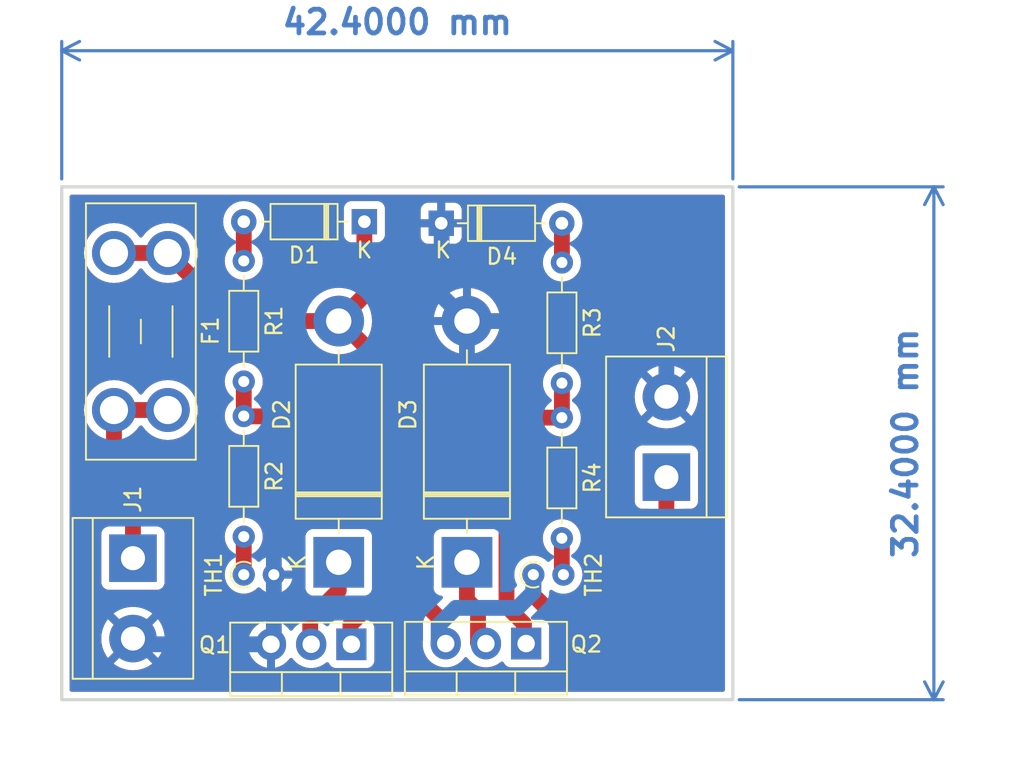
<source format=kicad_pcb>
(kicad_pcb (version 20240108) (generator "pcbnew") (generator_version "8.0")
  (title_block (date "2024-05-02") (rev "V1.0") (comment 1 "Author: Emiel V"))
  (layers (0 "F.Cu" signal) (31 "B.Cu" signal) (34 "B.Paste" user) (35 "F.Paste" user) (36 "B.SilkS" user "B.Silkscreen") (37 "F.SilkS" user "F.Silkscreen") (38 "B.Mask" user) (39 "F.Mask" user) (44 "Edge.Cuts" user))
  (net 0 "")
  (net 1 "6VAC")
  (net 2 "Net-(D1-A)")
  (net 3 "Net-(D2-K)")
  (net 4 "Net-(D3-K)")
  (net 5 "Earth")
  (net 6 "Net-(D4-A)")
  (net 7 "Net-(J1-Pin_1)")
  (net 8 "Net-(Q1-G)")
  (net 9 "Net-(Q2-G)")
  (net 10 "Net-(R2-Pad2)")
  (net 11 "Net-(R4-Pad2)")
  (footprint "Fuse:Fuseholder_Blade_Mini_Keystone_3568" (layer "F.Cu") (at 131.4 107.9 90)
    (property "Reference" "F1" (at 5 6.1 90) (layer "F.SilkS"))
    (property "Value" "Fuse")
    (fp_line (start 13.06 -1.77) (end -3.14 -1.77) (stroke (width 0.12)) (layer "F.SilkS"))
    (fp_line (start -3.14 -1.77) (end -3.14 5.17) (stroke (width 0.12)) (layer "F.SilkS"))
    (fp_line (start 3.36 -0.3) (end 6.56 -0.3) (stroke (width 0.12)) (layer "F.SilkS"))
    (fp_line (start 4.21 1.7) (end 5.71 1.7) (stroke (width 0.12)) (layer "F.SilkS"))
    (fp_line (start 6.56 3.7) (end 3.36 3.7) (stroke (width 0.12)) (layer "F.SilkS"))
    (fp_line (start 13.06 5.17) (end 13.06 -1.77) (stroke (width 0.12)) (layer "F.SilkS"))
    (fp_line (start -3.14 5.17) (end 13.06 5.17) (stroke (width 0.12)) (layer "F.SilkS"))
    (pad "1" thru_hole circle (at 0 0 90) (size 2.78 2.78) (drill 1.78) (layers "*.Cu" "*.Mask") (net 7 "Net-(J1-Pin_1)"))
    (pad "1" thru_hole circle (at 0 3.4 90) (size 2.78 2.78) (drill 1.78) (layers "*.Cu" "*.Mask") (net 7 "Net-(J1-Pin_1)"))
    (pad "2" thru_hole circle (at 9.92 0 90) (size 2.78 2.78) (drill 1.78) (layers "*.Cu" "*.Mask") (net 1 "6VAC"))
    (pad "2" thru_hole circle (at 9.92 3.4 90) (size 2.78 2.78) (drill 1.78) (layers "*.Cu" "*.Mask") (net 1 "6VAC"))
  )
  (footprint "Resistor_THT:R_Axial_DIN0204_L3.6mm_D1.6mm_P7.62mm_Horizontal" (layer "F.Cu") (at 139.6 108.28 -90)
    (property "Reference" "R2" (at 3.81 -1.92 90) (layer "F.SilkS"))
    (property "Value" "1K")
    (fp_line (start 1.89 0.92) (end 5.73 0.92) (stroke (width 0.12)) (layer "F.SilkS"))
    (fp_line (start 5.73 0.92) (end 5.73 -0.92) (stroke (width 0.12)) (layer "F.SilkS"))
    (fp_line (start 0.94 0) (end 1.89 0) (stroke (width 0.12)) (layer "F.SilkS"))
    (fp_line (start 6.68 0) (end 5.73 0) (stroke (width 0.12)) (layer "F.SilkS"))
    (fp_line (start 1.89 -0.92) (end 1.89 0.92) (stroke (width 0.12)) (layer "F.SilkS"))
    (fp_line (start 5.73 -0.92) (end 1.89 -0.92) (stroke (width 0.12)) (layer "F.SilkS"))
    (pad "1" thru_hole circle (at 0 0 270) (size 1.4 1.4) (drill 0.7) (layers "*.Cu" "*.Mask") (net 8 "Net-(Q1-G)"))
    (pad "2" thru_hole oval (at 7.62 0 270) (size 1.4 1.4) (drill 0.7) (layers "*.Cu" "*.Mask") (net 10 "Net-(R2-Pad2)"))
  )
  (footprint "Diode_THT:D_DO-201AD_P15.24mm_Horizontal" (layer "F.Cu") (at 145.6 117.52 90)
    (property "Reference" "D2" (at 9.32 -3.6 270) (layer "F.SilkS"))
    (property "Value" "1N5406")
    (fp_line (start 12.49 -2.72) (end 2.75 -2.72) (stroke (width 0.12)) (layer "F.SilkS"))
    (fp_line (start 4.415 -2.72) (end 4.415 2.72) (stroke (width 0.12)) (layer "F.SilkS"))
    (fp_line (start 4.295 -2.72) (end 4.295 2.72) (stroke (width 0.12)) (layer "F.SilkS"))
    (fp_line (start 4.175 -2.72) (end 4.175 2.72) (stroke (width 0.12)) (layer "F.SilkS"))
    (fp_line (start 2.75 -2.72) (end 2.75 2.72) (stroke (width 0.12)) (layer "F.SilkS"))
    (fp_line (start 13.4 0) (end 12.49 0) (stroke (width 0.12)) (layer "F.SilkS"))
    (fp_line (start 1.84 0) (end 2.75 0) (stroke (width 0.12)) (layer "F.SilkS"))
    (fp_line (start 12.49 2.72) (end 12.49 -2.72) (stroke (width 0.12)) (layer "F.SilkS"))
    (fp_line (start 2.75 2.72) (end 12.49 2.72) (stroke (width 0.12)) (layer "F.SilkS"))
    (fp_text user "K" (at 0 -2.6 270) (layer "F.SilkS"))
    (pad "1" thru_hole rect (at 0 0 90) (size 3.2 3.2) (drill 1.6) (layers "*.Cu" "*.Mask") (net 3 "Net-(D2-K)"))
    (pad "2" thru_hole oval (at 15.24 0 90) (size 3.2 3.2) (drill 1.6) (layers "*.Cu" "*.Mask") (net 1 "6VAC"))
  )
  (footprint "TerminalBlock:TerminalBlock_bornier-2_P5.08mm" (layer "F.Cu") (at 132.6 117.26 -90)
    (property "Reference" "J1" (at -3.72 0 90) (layer "F.SilkS"))
    (property "Value" "Screw_Terminal_01x02")
    (fp_line (start -2.54 3.81) (end 7.62 3.81) (stroke (width 0.12)) (layer "F.SilkS"))
    (fp_line (start 7.62 3.81) (end 7.62 -3.81) (stroke (width 0.12)) (layer "F.SilkS"))
    (fp_line (start 7.62 2.54) (end -2.54 2.54) (stroke (width 0.12)) (layer "F.SilkS"))
    (fp_line (start -2.54 -3.81) (end -2.54 3.81) (stroke (width 0.12)) (layer "F.SilkS"))
    (fp_line (start 7.62 -3.81) (end -2.54 -3.81) (stroke (width 0.12)) (layer "F.SilkS"))
    (pad "1" thru_hole rect (at 0 0 270) (size 3 3) (drill 1.52) (layers "*.Cu" "*.Mask") (net 7 "Net-(J1-Pin_1)"))
    (pad "2" thru_hole circle (at 5.08 0 270) (size 3 3) (drill 1.52) (layers "*.Cu" "*.Mask") (net 5 "Earth"))
  )
  (footprint "TerminalBlock:TerminalBlock_bornier-2_P5.08mm" (layer "F.Cu") (at 166.3 112.14 90)
    (property "Reference" "J2" (at 8.74 0 270) (layer "F.SilkS"))
    (property "Value" "Screw_Terminal_01x02")
    (fp_line (start 7.62 -3.81) (end -2.54 -3.81) (stroke (width 0.12)) (layer "F.SilkS"))
    (fp_line (start -2.54 -3.81) (end -2.54 3.81) (stroke (width 0.12)) (layer "F.SilkS"))
    (fp_line (start 7.62 2.54) (end -2.54 2.54) (stroke (width 0.12)) (layer "F.SilkS"))
    (fp_line (start 7.62 3.81) (end 7.62 -3.81) (stroke (width 0.12)) (layer "F.SilkS"))
    (fp_line (start -2.54 3.81) (end 7.62 3.81) (stroke (width 0.12)) (layer "F.SilkS"))
    (pad "1" thru_hole rect (at 0 0 90) (size 3 3) (drill 1.52) (layers "*.Cu" "*.Mask") (net 1 "6VAC"))
    (pad "2" thru_hole circle (at 5.08 0 90) (size 3 3) (drill 1.52) (layers "*.Cu" "*.Mask") (net 5 "Earth"))
  )
  (footprint "Diode_THT:D_DO-201AD_P15.24mm_Horizontal" (layer "F.Cu") (at 153.7 117.52 90)
    (property "Reference" "D3" (at 9.32 -3.72 270) (layer "F.SilkS"))
    (property "Value" "1N5406")
    (fp_line (start 12.49 -2.72) (end 2.75 -2.72) (stroke (width 0.12)) (layer "F.SilkS"))
    (fp_line (start 4.415 -2.72) (end 4.415 2.72) (stroke (width 0.12)) (layer "F.SilkS"))
    (fp_line (start 4.295 -2.72) (end 4.295 2.72) (stroke (width 0.12)) (layer "F.SilkS"))
    (fp_line (start 4.175 -2.72) (end 4.175 2.72) (stroke (width 0.12)) (layer "F.SilkS"))
    (fp_line (start 2.75 -2.72) (end 2.75 2.72) (stroke (width 0.12)) (layer "F.SilkS"))
    (fp_line (start 13.4 0) (end 12.49 0) (stroke (width 0.12)) (layer "F.SilkS"))
    (fp_line (start 1.84 0) (end 2.75 0) (stroke (width 0.12)) (layer "F.SilkS"))
    (fp_line (start 12.49 2.72) (end 12.49 -2.72) (stroke (width 0.12)) (layer "F.SilkS"))
    (fp_line (start 2.75 2.72) (end 12.49 2.72) (stroke (width 0.12)) (layer "F.SilkS"))
    (fp_text user "K" (at 0 -2.6 270) (layer "F.SilkS"))
    (pad "1" thru_hole rect (at 0 0 90) (size 3.2 3.2) (drill 1.6) (layers "*.Cu" "*.Mask") (net 4 "Net-(D3-K)"))
    (pad "2" thru_hole oval (at 15.24 0 90) (size 3.2 3.2) (drill 1.6) (layers "*.Cu" "*.Mask") (net 5 "Earth"))
  )
  (footprint "Resistor_THT:R_Axial_DIN0204_L3.6mm_D1.6mm_P1.90mm_Vertical" (layer "F.Cu") (at 139.6 118.3)
    (property "Reference" "TH1" (at -1.9 0 90) (layer "F.SilkS"))
    (property "Value" "Thermistor_NTC")
    (fp_arc (start 0.320095 0.749359) (mid -0.813042 -0.054435) (end 0.417133 -0.7) (stroke (width 0.12)) (layer "F.SilkS"))
    (pad "1" thru_hole circle (at 0 0) (size 1.4 1.4) (drill 0.7) (layers "*.Cu" "*.Mask") (net 10 "Net-(R2-Pad2)"))
    (pad "2" thru_hole oval (at 1.9 0) (size 1.4 1.4) (drill 0.7) (layers "*.Cu" "*.Mask") (net 5 "Earth"))
  )
  (footprint "Diode_THT:D_DO-35_SOD27_P7.62mm_Horizontal" (layer "F.Cu") (at 152.075 96.1)
    (property "Reference" "D4" (at 3.825 2.1 360) (layer "F.SilkS"))
    (property "Value" "BZX79-B3V9")
    (fp_line (start 1.04 0) (end 1.69 0) (stroke (width 0.12)) (layer "F.SilkS"))
    (fp_line (start 1.69 -1.12) (end 1.69 1.12) (stroke (width 0.12)) (layer "F.SilkS"))
    (fp_line (start 1.69 1.12) (end 5.93 1.12) (stroke (width 0.12)) (layer "F.SilkS"))
    (fp_line (start 2.29 -1.12) (end 2.29 1.12) (stroke (width 0.12)) (layer "F.SilkS"))
    (fp_line (start 2.41 -1.12) (end 2.41 1.12) (stroke (width 0.12)) (layer "F.SilkS"))
    (fp_line (start 2.53 -1.12) (end 2.53 1.12) (stroke (width 0.12)) (layer "F.SilkS"))
    (fp_line (start 5.93 -1.12) (end 1.69 -1.12) (stroke (width 0.12)) (layer "F.SilkS"))
    (fp_line (start 5.93 1.12) (end 5.93 -1.12) (stroke (width 0.12)) (layer "F.SilkS"))
    (fp_line (start 6.58 0) (end 5.93 0) (stroke (width 0.12)) (layer "F.SilkS"))
    (fp_text user "K" (at 0.125 1.7 360) (layer "F.SilkS"))
    (pad "1" thru_hole rect (at 0 0) (size 1.6 1.6) (drill 0.8) (layers "*.Cu" "*.Mask") (net 5 "Earth"))
    (pad "2" thru_hole oval (at 7.62 0) (size 1.6 1.6) (drill 0.8) (layers "*.Cu" "*.Mask") (net 6 "Net-(D4-A)"))
  )
  (footprint "Resistor_THT:R_Axial_DIN0204_L3.6mm_D1.6mm_P7.62mm_Horizontal" (layer "F.Cu") (at 159.695 108.38 -90)
    (property "Reference" "R4" (at 3.81 -1.92 90) (layer "F.SilkS"))
    (property "Value" "1K")
    (fp_line (start 1.89 0.92) (end 5.73 0.92) (stroke (width 0.12)) (layer "F.SilkS"))
    (fp_line (start 5.73 0.92) (end 5.73 -0.92) (stroke (width 0.12)) (layer "F.SilkS"))
    (fp_line (start 0.94 0) (end 1.89 0) (stroke (width 0.12)) (layer "F.SilkS"))
    (fp_line (start 6.68 0) (end 5.73 0) (stroke (width 0.12)) (layer "F.SilkS"))
    (fp_line (start 1.89 -0.92) (end 1.89 0.92) (stroke (width 0.12)) (layer "F.SilkS"))
    (fp_line (start 5.73 -0.92) (end 1.89 -0.92) (stroke (width 0.12)) (layer "F.SilkS"))
    (pad "1" thru_hole circle (at 0 0 270) (size 1.4 1.4) (drill 0.7) (layers "*.Cu" "*.Mask") (net 9 "Net-(Q2-G)"))
    (pad "2" thru_hole oval (at 7.62 0 270) (size 1.4 1.4) (drill 0.7) (layers "*.Cu" "*.Mask") (net 11 "Net-(R4-Pad2)"))
  )
  (footprint "Package_TO_SOT_THT:TO-220-3_Vertical" (layer "F.Cu") (at 146.4 122.7 180)
    (property "Reference" "Q1" (at 8.64 -0.045 180) (layer "F.SilkS"))
    (property "Value" "IRLZ44N")
    (fp_line (start 7.66 -3.27) (end 7.66 1.371) (stroke (width 0.12)) (layer "F.SilkS"))
    (fp_line (start 4.391 -3.27) (end 4.391 -1.76) (stroke (width 0.12)) (layer "F.SilkS"))
    (fp_line (start 0.69 -3.27) (end 0.69 -1.76) (stroke (width 0.12)) (layer "F.SilkS"))
    (fp_line (start -2.58 1.371) (end 7.66 1.371) (stroke (width 0.12)) (layer "F.SilkS"))
    (fp_line (start -2.58 -1.76) (end 7.66 -1.76) (stroke (width 0.12)) (layer "F.SilkS"))
    (fp_line (start -2.58 -3.27) (end 7.66 -3.27) (stroke (width 0.12)) (layer "F.SilkS"))
    (fp_line (start -2.58 -3.27) (end -2.58 1.371) (stroke (width 0.12)) (layer "F.SilkS"))
    (pad "1" thru_hole rect (at 0 0 180) (size 1.905 2) (drill 1.1) (layers "*.Cu" "*.Mask") (net 8 "Net-(Q1-G)"))
    (pad "2" thru_hole oval (at 2.54 0 180) (size 1.905 2) (drill 1.1) (layers "*.Cu" "*.Mask") (net 3 "Net-(D2-K)"))
    (pad "3" thru_hole oval (at 5.08 0 180) (size 1.905 2) (drill 1.1) (layers "*.Cu" "*.Mask") (net 5 "Earth"))
  )
  (footprint "Resistor_THT:R_Axial_DIN0204_L3.6mm_D1.6mm_P7.62mm_Horizontal" (layer "F.Cu") (at 139.6 98.48 -90)
    (property "Reference" "R1" (at 3.81 -1.92 90) (layer "F.SilkS"))
    (property "Value" "120")
    (fp_line (start 1.89 0.92) (end 5.73 0.92) (stroke (width 0.12)) (layer "F.SilkS"))
    (fp_line (start 5.73 0.92) (end 5.73 -0.92) (stroke (width 0.12)) (layer "F.SilkS"))
    (fp_line (start 0.94 0) (end 1.89 0) (stroke (width 0.12)) (layer "F.SilkS"))
    (fp_line (start 6.68 0) (end 5.73 0) (stroke (width 0.12)) (layer "F.SilkS"))
    (fp_line (start 1.89 -0.92) (end 1.89 0.92) (stroke (width 0.12)) (layer "F.SilkS"))
    (fp_line (start 5.73 -0.92) (end 1.89 -0.92) (stroke (width 0.12)) (layer "F.SilkS"))
    (pad "1" thru_hole circle (at 0 0 270) (size 1.4 1.4) (drill 0.7) (layers "*.Cu" "*.Mask") (net 2 "Net-(D1-A)"))
    (pad "2" thru_hole oval (at 7.62 0 270) (size 1.4 1.4) (drill 0.7) (layers "*.Cu" "*.Mask") (net 8 "Net-(Q1-G)"))
  )
  (footprint "Resistor_THT:R_Axial_DIN0204_L3.6mm_D1.6mm_P1.90mm_Vertical" (layer "F.Cu") (at 157.895 118.3)
    (property "Reference" "TH2" (at 3.805 0 90) (layer "F.SilkS"))
    (property "Value" "Thermistor_NTC")
    (fp_arc (start 0.320095 0.749359) (mid -0.813042 -0.054435) (end 0.417133 -0.7) (stroke (width 0.12)) (layer "F.SilkS"))
    (pad "1" thru_hole circle (at 0 0) (size 1.4 1.4) (drill 0.7) (layers "*.Cu" "*.Mask") (net 1 "6VAC"))
    (pad "2" thru_hole oval (at 1.9 0) (size 1.4 1.4) (drill 0.7) (layers "*.Cu" "*.Mask") (net 11 "Net-(R4-Pad2)"))
  )
  (footprint "Diode_THT:D_DO-35_SOD27_P7.62mm_Horizontal" (layer "F.Cu") (at 147.22 96 180)
    (property "Reference" "D1" (at 3.81 -2.12 180) (layer "F.SilkS"))
    (property "Value" "BZX79-B3V9")
    (fp_line (start 6.58 0) (end 5.93 0) (stroke (width 0.12)) (layer "F.SilkS"))
    (fp_line (start 5.93 1.12) (end 5.93 -1.12) (stroke (width 0.12)) (layer "F.SilkS"))
    (fp_line (start 5.93 -1.12) (end 1.69 -1.12) (stroke (width 0.12)) (layer "F.SilkS"))
    (fp_line (start 2.53 -1.12) (end 2.53 1.12) (stroke (width 0.12)) (layer "F.SilkS"))
    (fp_line (start 2.41 -1.12) (end 2.41 1.12) (stroke (width 0.12)) (layer "F.SilkS"))
    (fp_line (start 2.29 -1.12) (end 2.29 1.12) (stroke (width 0.12)) (layer "F.SilkS"))
    (fp_line (start 1.69 1.12) (end 5.93 1.12) (stroke (width 0.12)) (layer "F.SilkS"))
    (fp_line (start 1.69 -1.12) (end 1.69 1.12) (stroke (width 0.12)) (layer "F.SilkS"))
    (fp_line (start 1.04 0) (end 1.69 0) (stroke (width 0.12)) (layer "F.SilkS"))
    (fp_text user "K" (at 0 -1.8 180) (layer "F.SilkS"))
    (pad "1" thru_hole rect (at 0 0 180) (size 1.6 1.6) (drill 0.8) (layers "*.Cu" "*.Mask") (net 1 "6VAC"))
    (pad "2" thru_hole oval (at 7.62 0 180) (size 1.6 1.6) (drill 0.8) (layers "*.Cu" "*.Mask") (net 2 "Net-(D1-A)"))
  )
  (footprint "Resistor_THT:R_Axial_DIN0204_L3.6mm_D1.6mm_P7.62mm_Horizontal" (layer "F.Cu") (at 159.7 98.58 -90)
    (property "Reference" "R3" (at 3.81 -1.92 90) (layer "F.SilkS"))
    (property "Value" "120")
    (fp_line (start 1.89 0.92) (end 5.73 0.92) (stroke (width 0.12)) (layer "F.SilkS"))
    (fp_line (start 5.73 0.92) (end 5.73 -0.92) (stroke (width 0.12)) (layer "F.SilkS"))
    (fp_line (start 0.94 0) (end 1.89 0) (stroke (width 0.12)) (layer "F.SilkS"))
    (fp_line (start 6.68 0) (end 5.73 0) (stroke (width 0.12)) (layer "F.SilkS"))
    (fp_line (start 1.89 -0.92) (end 1.89 0.92) (stroke (width 0.12)) (layer "F.SilkS"))
    (fp_line (start 5.73 -0.92) (end 1.89 -0.92) (stroke (width 0.12)) (layer "F.SilkS"))
    (pad "1" thru_hole circle (at 0 0 270) (size 1.4 1.4) (drill 0.7) (layers "*.Cu" "*.Mask") (net 6 "Net-(D4-A)"))
    (pad "2" thru_hole oval (at 7.62 0 270) (size 1.4 1.4) (drill 0.7) (layers "*.Cu" "*.Mask") (net 9 "Net-(Q2-G)"))
  )
  (footprint "Package_TO_SOT_THT:TO-220-3_Vertical" (layer "F.Cu") (at 157.44 122.655 180)
    (property "Reference" "Q2" (at -3.8 -0.045 180) (layer "F.SilkS"))
    (property "Value" "IRLZ44N")
    (fp_line (start 7.66 -3.27) (end 7.66 1.371) (stroke (width 0.12)) (layer "F.SilkS"))
    (fp_line (start 4.391 -3.27) (end 4.391 -1.76) (stroke (width 0.12)) (layer "F.SilkS"))
    (fp_line (start 0.69 -3.27) (end 0.69 -1.76) (stroke (width 0.12)) (layer "F.SilkS"))
    (fp_line (start -2.58 1.371) (end 7.66 1.371) (stroke (width 0.12)) (layer "F.SilkS"))
    (fp_line (start -2.58 -1.76) (end 7.66 -1.76) (stroke (width 0.12)) (layer "F.SilkS"))
    (fp_line (start -2.58 -3.27) (end 7.66 -3.27) (stroke (width 0.12)) (layer "F.SilkS"))
    (fp_line (start -2.58 -3.27) (end -2.58 1.371) (stroke (width 0.12)) (layer "F.SilkS"))
    (pad "1" thru_hole rect (at 0 0 180) (size 1.905 2) (drill 1.1) (layers "*.Cu" "*.Mask") (net 9 "Net-(Q2-G)"))
    (pad "2" thru_hole oval (at 2.54 0 180) (size 1.905 2) (drill 1.1) (layers "*.Cu" "*.Mask") (net 4 "Net-(D3-K)"))
    (pad "3" thru_hole oval (at 5.08 0 180) (size 1.905 2) (drill 1.1) (layers "*.Cu" "*.Mask") (net 1 "6VAC"))
  )
  (gr_rect (start 128.1 93.8) (end 170.5 126.2) (stroke (width 0.2)) (fill none) (layer "Edge.Cuts"))
  (dimension (type aligned) (layer "B.Cu") (pts (xy 170.4 126.2) (xy 170.4 93.8)) (height 12.8) (gr_text "32.4000 mm" (at 181.4 110 90) (layer "B.Cu") (effects (font (size 1.5 1.5) (thickness 0.3)))) (format (prefix "") (suffix "") (units 3) (units_format 1) (precision 4)) (style (thickness 0.2) (arrow_length 1.27) (text_position_mode 0) (extension_height 0.58642) (extension_offset 0.5) keep_text_aligned))
  (dimension (type aligned) (layer "B.Cu") (pts (xy 128.1 93.8) (xy 170.5 93.8)) (height -8.6) (gr_text "42.4000 mm" (at 149.3 83.4 0) (layer "B.Cu") (effects (font (size 1.5 1.5) (thickness 0.3)))) (format (prefix "") (suffix "") (units 3) (units_format 1) (precision 4)) (style (thickness 0.2) (arrow_length 1.27) (text_position_mode 0) (extension_height 0.58642) (extension_offset 0.5) keep_text_aligned))
  (segment (start 147.22 100.66) (end 145.6 102.28) (width 1) (layer "F.Cu") (net 1))
  (segment (start 131.4 97.98) (end 134.78 97.98) (width 1) (layer "F.Cu") (net 1))
  (segment (start 166.3 119.3) (end 165.2 120.4) (width 1) (layer "F.Cu") (net 1))
  (segment (start 158.7 120.4) (end 157.895 119.595) (width 1) (layer "F.Cu") (net 1))
  (segment (start 147.22 96) (end 147.22 100.66) (width 1) (layer "F.Cu") (net 1))
  (segment (start 150.1 119.2) (end 150.1 106.7) (width 1) (layer "F.Cu") (net 1))
  (segment (start 150.1 106.7) (end 145.68 102.28) (width 1) (layer "F.Cu") (net 1))
  (segment (start 166.3 112.14) (end 166.3 119.3) (width 1) (layer "F.Cu") (net 1))
  (segment (start 165.2 120.4) (end 158.7 120.4) (width 1) (layer "F.Cu") (net 1))
  (segment (start 151.92 121.02) (end 150.1 119.2) (width 1) (layer "F.Cu") (net 1))
  (segment (start 134.78 97.98) (end 139.08 102.28) (width 1) (layer "F.Cu") (net 1))
  (segment (start 157.895 119.595) (end 157.895 118.3) (width 1) (layer "F.Cu") (net 1))
  (segment (start 151.92 122.655) (end 151.92 121.02) (width 1) (layer "F.Cu") (net 1))
  (segment (start 139.08 102.28) (end 145.6 102.28) (width 1) (layer "F.Cu") (net 1))
  (segment (start 145.68 102.28) (end 145.6 102.28) (width 1) (layer "F.Cu") (net 1))
  (segment (start 157.895 119.405) (end 156.9 120.4) (width 1) (layer "B.Cu") (net 1))
  (segment (start 157.895 118.3) (end 157.895 119.405) (width 1) (layer "B.Cu") (net 1))
  (segment (start 153 120.4) (end 151.92 121.48) (width 1) (layer "B.Cu") (net 1))
  (segment (start 156.9 120.4) (end 153 120.4) (width 1) (layer "B.Cu") (net 1))
  (segment (start 151.92 121.48) (end 151.92 122.655) (width 1) (layer "B.Cu") (net 1))
  (segment (start 139.6 96.01) (end 139.6 98.4) (width 1) (layer "F.Cu") (net 2))
  (segment (start 143.8 121.1) (end 145.6 119.3) (width 1) (layer "F.Cu") (net 3))
  (segment (start 143.8 122.655) (end 143.8 121.1) (width 1) (layer "F.Cu") (net 3))
  (segment (start 145.6 119.3) (end 145.6 117.52) (width 1) (layer "F.Cu") (net 3))
  (segment (start 154.4 120.6) (end 153.7 119.9) (width 1) (layer "F.Cu") (net 4))
  (segment (start 153.7 119.9) (end 153.7 117.52) (width 1) (layer "F.Cu") (net 4))
  (segment (start 154.46 122.655) (end 154.4 122.595) (width 1) (layer "F.Cu") (net 4))
  (segment (start 154.4 122.595) (end 154.4 120.6) (width 1) (layer "F.Cu") (net 4))
  (segment (start 132.6 122.34) (end 132.96 122.7) (width 1) (layer "B.Cu") (net 5))
  (segment (start 152.1 96.125) (end 152.1 100.68) (width 1) (layer "B.Cu") (net 5))
  (segment (start 144.6 109.9) (end 151 109.9) (width 1) (layer "B.Cu") (net 5))
  (segment (start 153.7 102.28) (end 165.18 102.28) (width 1) (layer "B.Cu") (net 5))
  (segment (start 141.5 122.52) (end 141.5 113) (width 1) (layer "B.Cu") (net 5))
  (segment (start 152.1 100.68) (end 153.7 102.28) (width 1) (layer "B.Cu") (net 5))
  (segment (start 151 109.9) (end 153.7 107.2) (width 1) (layer "B.Cu") (net 5))
  (segment (start 141.5 113) (end 144.6 109.9) (width 1) (layer "B.Cu") (net 5))
  (segment (start 165.18 102.28) (end 166.3 103.4) (width 1) (layer "B.Cu") (net 5))
  (segment (start 132.96 122.7) (end 141.32 122.7) (width 1) (layer "B.Cu") (net 5))
  (segment (start 152.075 96.1) (end 152.1 96.125) (width 1) (layer "B.Cu") (net 5))
  (segment (start 153.7 107.2) (end 153.7 102.28) (width 1) (layer "B.Cu") (net 5))
  (segment (start 166.3 103.4) (end 166.3 107.06) (width 1) (layer "B.Cu") (net 5))
  (segment (start 141.32 122.7) (end 141.5 122.52) (width 1) (layer "B.Cu") (net 5))
  (segment (start 159.7 98.6) (end 159.7 95.91) (width 1) (layer "F.Cu") (net 6))
  (segment (start 131.4 107.9) (end 134.8 107.9) (width 1) (layer "F.Cu") (net 7))
  (segment (start 132.6 111.6) (end 131.4 110.4) (width 1) (layer "F.Cu") (net 7))
  (segment (start 132.6 117.26) (end 132.6 111.6) (width 1) (layer "F.Cu") (net 7))
  (segment (start 131.4 110.4) (end 131.4 107.9) (width 1) (layer "F.Cu") (net 7))
  (segment (start 139.6 106.1) (end 139.6 108.28) (width 1) (layer "F.Cu") (net 8))
  (segment (start 146.8 108.3) (end 148.6 110.1) (width 1) (layer "F.Cu") (net 8))
  (segment (start 139.6 108.28) (end 139.62 108.3) (width 1) (layer "F.Cu") (net 8))
  (segment (start 148.6 110.1) (end 148.6 119.2) (width 1) (layer "F.Cu") (net 8))
  (segment (start 148.6 119.2) (end 146.34 121.46) (width 1) (layer "F.Cu") (net 8))
  (segment (start 146.34 121.46) (end 146.34 122.655) (width 1) (layer "F.Cu") (net 8))
  (segment (start 139.62 108.3) (end 146.8 108.3) (width 1) (layer "F.Cu") (net 8))
  (segment (start 156.2 120.3) (end 156.2 109.4) (width 1) (layer "F.Cu") (net 9))
  (segment (start 156.2 109.4) (end 157.22 108.38) (width 1) (layer "F.Cu") (net 9))
  (segment (start 159.695 108.38) (end 159.7 108.375) (width 1) (layer "F.Cu") (net 9))
  (segment (start 157.3 121.4) (end 156.2 120.3) (width 1) (layer "F.Cu") (net 9))
  (segment (start 157.3 122.355) (end 157.3 121.4) (width 1) (layer "F.Cu") (net 9))
  (segment (start 159.7 108.375) (end 159.7 106.2) (width 1) (layer "F.Cu") (net 9))
  (segment (start 157.22 108.38) (end 159.695 108.38) (width 1) (layer "F.Cu") (net 9))
  (segment (start 139.6 115.9) (end 139.6 118.3) (width 1) (layer "F.Cu") (net 10))
  (segment (start 159.695 116) (end 159.695 118.2) (width 1) (layer "F.Cu") (net 11))
  (segment (start 159.695 118.2) (end 159.795 118.3) (width 1) (layer "F.Cu") (net 11))
  (zone (net 5) (net_name "Earth") (layers "F&B.Cu") (connect_pads (clearance 0.5)) (min_thickness 0.25) (fill yes (thermal_gap 0.5) (thermal_bridge_width 0.5))
    (polygon (pts (xy 124.2 88.7) (xy 181.1 88.8) (xy 181.2 130.5) (xy 124.3 130.6)))
  )
)
</source>
